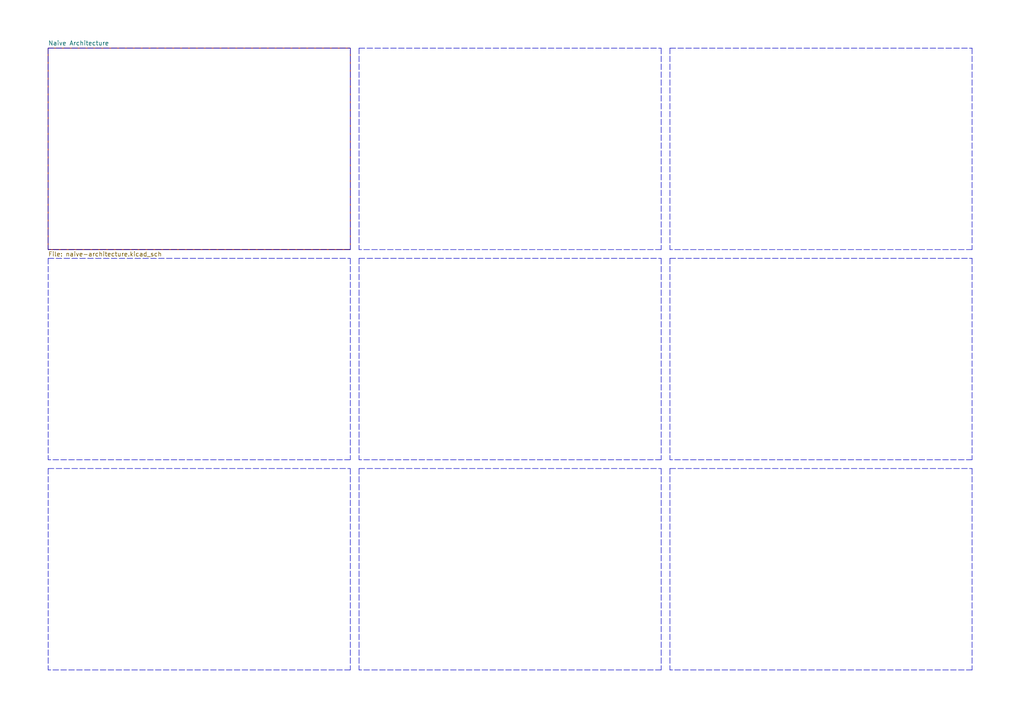
<source format=kicad_sch>
(kicad_sch (version 20211123) (generator eeschema)
  (paper "A4")
  (lib_symbols)
  (polyline (pts (xy 104.14 74.93) (xy 191.77 74.93)))
  (polyline (pts (xy 104.14 135.89) (xy 104.14 194.31)))
  (polyline (pts (xy 101.6 133.35) (xy 13.97 133.35)))
  (polyline (pts (xy 281.94 194.31) (xy 194.31 194.31)))
  (polyline (pts (xy 13.97 13.97) (xy 101.6 13.97)))
  (polyline (pts (xy 13.97 135.89) (xy 101.6 135.89)))
  (polyline (pts (xy 281.94 135.89) (xy 281.94 194.31)))
  (polyline (pts (xy 194.31 74.93) (xy 281.94 74.93)))
  (polyline (pts (xy 13.97 74.93) (xy 13.97 133.35)))
  (polyline (pts (xy 101.6 74.93) (xy 101.6 133.35)))
  (polyline (pts (xy 281.94 133.35) (xy 194.31 133.35)))
  (polyline (pts (xy 13.97 135.89) (xy 13.97 194.31)))
  (polyline (pts (xy 191.77 135.89) (xy 191.77 194.31)))
  (polyline (pts (xy 13.97 74.93) (xy 101.6 74.93)))
  (polyline (pts (xy 104.14 135.89) (xy 191.77 135.89)))
  (polyline (pts (xy 281.94 72.39) (xy 194.31 72.39)))
  (polyline (pts (xy 104.14 74.93) (xy 104.14 133.35)))
  (polyline (pts (xy 194.31 74.93) (xy 194.31 133.35)))
  (polyline (pts (xy 191.77 133.35) (xy 104.14 133.35)))
  (polyline (pts (xy 101.6 72.39) (xy 13.97 72.39)))
  (polyline (pts (xy 13.97 13.97) (xy 13.97 72.39)))
  (polyline (pts (xy 101.6 135.89) (xy 101.6 194.31)))
  (polyline (pts (xy 101.6 194.31) (xy 13.97 194.31)))
  (polyline (pts (xy 194.31 13.97) (xy 281.94 13.97)))
  (polyline (pts (xy 281.94 74.93) (xy 281.94 133.35)))
  (polyline (pts (xy 104.14 13.97) (xy 191.77 13.97)))
  (polyline (pts (xy 281.94 13.97) (xy 281.94 72.39)))
  (polyline (pts (xy 101.6 13.97) (xy 101.6 72.39)))
  (polyline (pts (xy 194.31 13.97) (xy 194.31 72.39)))
  (polyline (pts (xy 104.14 13.97) (xy 104.14 72.39)))
  (polyline (pts (xy 191.77 194.31) (xy 104.14 194.31)))
  (polyline (pts (xy 191.77 72.39) (xy 104.14 72.39)))
  (polyline (pts (xy 194.31 135.89) (xy 194.31 194.31)))
  (polyline (pts (xy 191.77 13.97) (xy 191.77 72.39)))
  (polyline (pts (xy 191.77 74.93) (xy 191.77 133.35)))
  (polyline (pts (xy 194.31 135.89) (xy 281.94 135.89)))
  (sheet (at 13.97 13.97) (size 87.63 58.42) (stroke (width 0.1524))
    (property "Sheet name" "Naive Architecture" (at 13.97 13.2584 0) (effects (justify left bottom)))
    (property "Sheet file" "naive-architecture.kicad_sch" (at 13.97 72.9746 0) (effects (justify left top)))
  )
)
</source>
